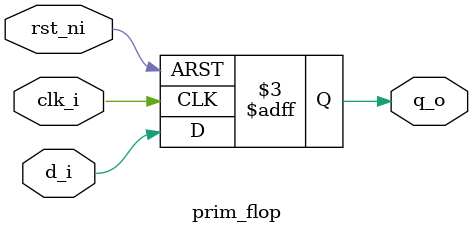
<source format=sv>

module prim_flop #(
  parameter int               Width      = 1,
  parameter logic [Width-1:0] ResetValue = 0
) (
  input                    clk_i,
  input                    rst_ni,
  input        [Width-1:0] d_i,
  output logic [Width-1:0] q_o
);

  always_ff @(posedge clk_i or negedge rst_ni) begin
    if (!rst_ni) begin
      q_o <= ResetValue;
    end else begin
      q_o <= d_i;
    end
  end

endmodule

</source>
